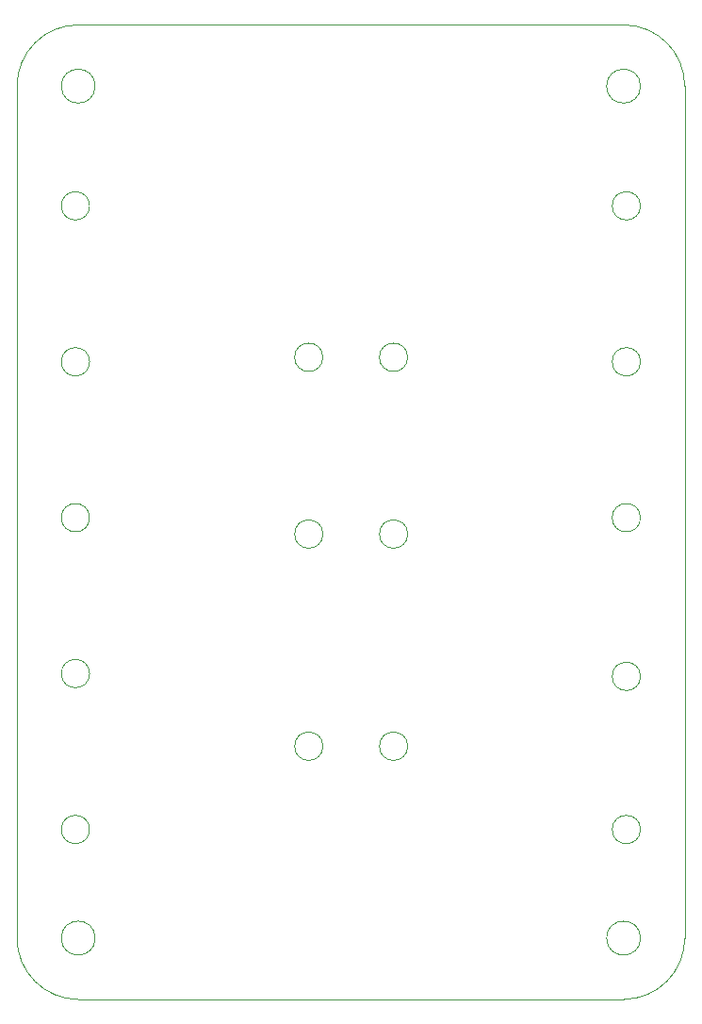
<source format=gbr>
G04 #@! TF.GenerationSoftware,KiCad,Pcbnew,(5.1.4)-1*
G04 #@! TF.CreationDate,2020-01-22T18:28:44-05:00*
G04 #@! TF.ProjectId,Star CAN Board,53746172-2043-4414-9e20-426f6172642e,rev?*
G04 #@! TF.SameCoordinates,Original*
G04 #@! TF.FileFunction,Profile,NP*
%FSLAX46Y46*%
G04 Gerber Fmt 4.6, Leading zero omitted, Abs format (unit mm)*
G04 Created by KiCad (PCBNEW (5.1.4)-1) date 2020-01-22 18:28:44*
%MOMM*%
%LPD*%
G04 APERTURE LIST*
%ADD10C,0.050000*%
G04 APERTURE END LIST*
D10*
X112000000Y-63500000D02*
X161000000Y-63500000D01*
X106500000Y-145500000D02*
X106500000Y-69000000D01*
X112000000Y-151000000D02*
X161000000Y-151000000D01*
X166500000Y-145500000D02*
X166500000Y-69000000D01*
X166500000Y-145500000D02*
G75*
G02X161000000Y-151000000I-5500000J0D01*
G01*
X106500000Y-145500000D02*
G75*
G03X112000000Y-151000000I5500000J0D01*
G01*
X166500000Y-69000000D02*
G75*
G03X161000000Y-63500000I-5500000J0D01*
G01*
X106500000Y-69000000D02*
G75*
G02X112000000Y-63500000I5500000J0D01*
G01*
X162520000Y-79750000D02*
G75*
G03X162520000Y-79750000I-1270000J0D01*
G01*
X162520000Y-93750000D02*
G75*
G03X162520000Y-93750000I-1270000J0D01*
G01*
X162520000Y-107750000D02*
G75*
G03X162520000Y-107750000I-1270000J0D01*
G01*
X162520000Y-122000000D02*
G75*
G03X162520000Y-122000000I-1270000J0D01*
G01*
X162520000Y-135750000D02*
G75*
G03X162520000Y-135750000I-1270000J0D01*
G01*
X113020000Y-135750000D02*
G75*
G03X113020000Y-135750000I-1270000J0D01*
G01*
X113020000Y-121750000D02*
G75*
G03X113020000Y-121750000I-1270000J0D01*
G01*
X113020000Y-107750000D02*
G75*
G03X113020000Y-107750000I-1270000J0D01*
G01*
X113020000Y-93750000D02*
G75*
G03X113020000Y-93750000I-1270000J0D01*
G01*
X113020000Y-79750000D02*
G75*
G03X113020000Y-79750000I-1270000J0D01*
G01*
X141605000Y-128270000D02*
G75*
G03X141605000Y-128270000I-1270000J0D01*
G01*
X133985000Y-128270000D02*
G75*
G03X133985000Y-128270000I-1270000J0D01*
G01*
X141605000Y-109220000D02*
G75*
G03X141605000Y-109220000I-1270000J0D01*
G01*
X133985000Y-109220000D02*
G75*
G03X133985000Y-109220000I-1270000J0D01*
G01*
X141605000Y-93345000D02*
G75*
G03X141605000Y-93345000I-1270000J0D01*
G01*
X133985000Y-93345000D02*
G75*
G03X133985000Y-93345000I-1270000J0D01*
G01*
X113524000Y-145500000D02*
G75*
G03X113524000Y-145500000I-1524000J0D01*
G01*
X162524000Y-145500000D02*
G75*
G03X162524000Y-145500000I-1524000J0D01*
G01*
X113524000Y-69000000D02*
G75*
G03X113524000Y-69000000I-1524000J0D01*
G01*
X162524000Y-69000000D02*
G75*
G03X162524000Y-69000000I-1524000J0D01*
G01*
M02*

</source>
